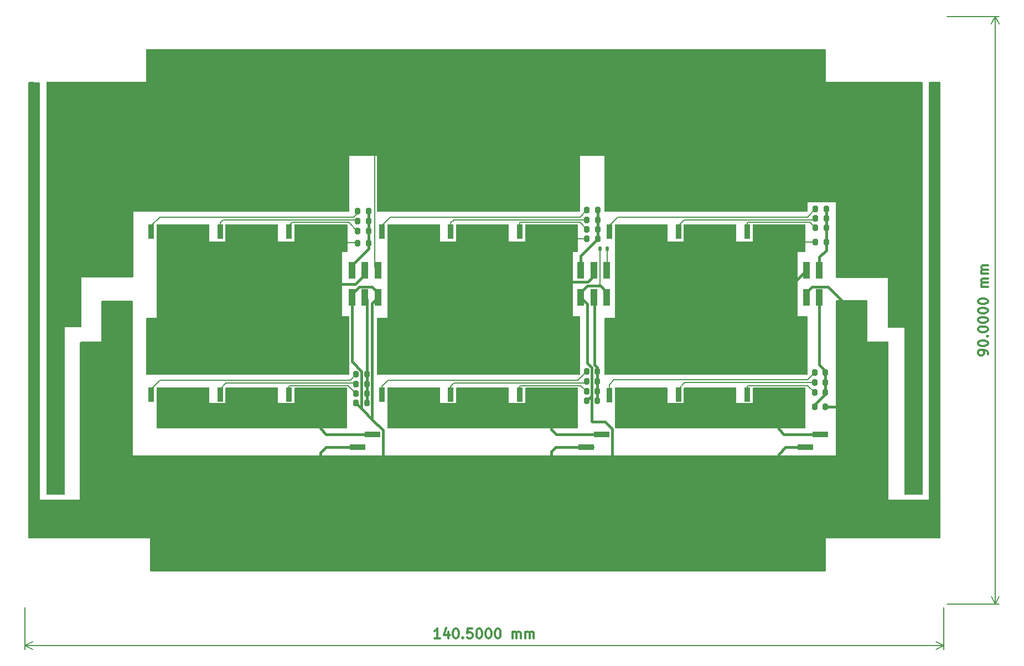
<source format=gbr>
%TF.GenerationSoftware,KiCad,Pcbnew,8.0.8*%
%TF.CreationDate,2025-02-13T11:47:35+09:00*%
%TF.ProjectId,GESC,47455343-2e6b-4696-9361-645f70636258,rev?*%
%TF.SameCoordinates,Original*%
%TF.FileFunction,Copper,L1,Top*%
%TF.FilePolarity,Positive*%
%FSLAX46Y46*%
G04 Gerber Fmt 4.6, Leading zero omitted, Abs format (unit mm)*
G04 Created by KiCad (PCBNEW 8.0.8) date 2025-02-13 11:47:35*
%MOMM*%
%LPD*%
G01*
G04 APERTURE LIST*
G04 Aperture macros list*
%AMRoundRect*
0 Rectangle with rounded corners*
0 $1 Rounding radius*
0 $2 $3 $4 $5 $6 $7 $8 $9 X,Y pos of 4 corners*
0 Add a 4 corners polygon primitive as box body*
4,1,4,$2,$3,$4,$5,$6,$7,$8,$9,$2,$3,0*
0 Add four circle primitives for the rounded corners*
1,1,$1+$1,$2,$3*
1,1,$1+$1,$4,$5*
1,1,$1+$1,$6,$7*
1,1,$1+$1,$8,$9*
0 Add four rect primitives between the rounded corners*
20,1,$1+$1,$2,$3,$4,$5,0*
20,1,$1+$1,$4,$5,$6,$7,0*
20,1,$1+$1,$6,$7,$8,$9,0*
20,1,$1+$1,$8,$9,$2,$3,0*%
G04 Aperture macros list end*
%ADD10C,0.300000*%
%TA.AperFunction,NonConductor*%
%ADD11C,0.300000*%
%TD*%
%TA.AperFunction,NonConductor*%
%ADD12C,0.200000*%
%TD*%
%TA.AperFunction,SMDPad,CuDef*%
%ADD13RoundRect,0.250000X-0.325000X-1.100000X0.325000X-1.100000X0.325000X1.100000X-0.325000X1.100000X0*%
%TD*%
%TA.AperFunction,SMDPad,CuDef*%
%ADD14RoundRect,0.200000X0.200000X0.275000X-0.200000X0.275000X-0.200000X-0.275000X0.200000X-0.275000X0*%
%TD*%
%TA.AperFunction,SMDPad,CuDef*%
%ADD15RoundRect,0.250000X0.325000X1.100000X-0.325000X1.100000X-0.325000X-1.100000X0.325000X-1.100000X0*%
%TD*%
%TA.AperFunction,SMDPad,CuDef*%
%ADD16R,0.900000X2.200000*%
%TD*%
%TA.AperFunction,SMDPad,CuDef*%
%ADD17R,0.800000X2.200000*%
%TD*%
%TA.AperFunction,SMDPad,CuDef*%
%ADD18R,8.080000X0.800000*%
%TD*%
%TA.AperFunction,SMDPad,CuDef*%
%ADD19R,10.000000X8.500000*%
%TD*%
%TA.AperFunction,SMDPad,CuDef*%
%ADD20R,5.200000X3.500000*%
%TD*%
%TA.AperFunction,SMDPad,CuDef*%
%ADD21R,1.000000X2.580000*%
%TD*%
%TA.AperFunction,SMDPad,CuDef*%
%ADD22RoundRect,0.250000X-1.950000X-1.000000X1.950000X-1.000000X1.950000X1.000000X-1.950000X1.000000X0*%
%TD*%
%TA.AperFunction,SMDPad,CuDef*%
%ADD23RoundRect,0.135000X-0.135000X-0.185000X0.135000X-0.185000X0.135000X0.185000X-0.135000X0.185000X0*%
%TD*%
%TA.AperFunction,SMDPad,CuDef*%
%ADD24R,2.350000X0.850000*%
%TD*%
%TA.AperFunction,SMDPad,CuDef*%
%ADD25RoundRect,0.200000X-0.200000X-0.275000X0.200000X-0.275000X0.200000X0.275000X-0.200000X0.275000X0*%
%TD*%
%TA.AperFunction,Conductor*%
%ADD26C,0.200000*%
%TD*%
%TA.AperFunction,Conductor*%
%ADD27C,0.400000*%
%TD*%
%TA.AperFunction,Conductor*%
%ADD28C,1.000000*%
%TD*%
G04 APERTURE END LIST*
D10*
D11*
X95464287Y-107278328D02*
X94607144Y-107278328D01*
X95035715Y-107278328D02*
X95035715Y-105778328D01*
X95035715Y-105778328D02*
X94892858Y-105992614D01*
X94892858Y-105992614D02*
X94750001Y-106135471D01*
X94750001Y-106135471D02*
X94607144Y-106206900D01*
X96750001Y-106278328D02*
X96750001Y-107278328D01*
X96392858Y-105706900D02*
X96035715Y-106778328D01*
X96035715Y-106778328D02*
X96964286Y-106778328D01*
X97821429Y-105778328D02*
X97964286Y-105778328D01*
X97964286Y-105778328D02*
X98107143Y-105849757D01*
X98107143Y-105849757D02*
X98178572Y-105921185D01*
X98178572Y-105921185D02*
X98250000Y-106064042D01*
X98250000Y-106064042D02*
X98321429Y-106349757D01*
X98321429Y-106349757D02*
X98321429Y-106706900D01*
X98321429Y-106706900D02*
X98250000Y-106992614D01*
X98250000Y-106992614D02*
X98178572Y-107135471D01*
X98178572Y-107135471D02*
X98107143Y-107206900D01*
X98107143Y-107206900D02*
X97964286Y-107278328D01*
X97964286Y-107278328D02*
X97821429Y-107278328D01*
X97821429Y-107278328D02*
X97678572Y-107206900D01*
X97678572Y-107206900D02*
X97607143Y-107135471D01*
X97607143Y-107135471D02*
X97535714Y-106992614D01*
X97535714Y-106992614D02*
X97464286Y-106706900D01*
X97464286Y-106706900D02*
X97464286Y-106349757D01*
X97464286Y-106349757D02*
X97535714Y-106064042D01*
X97535714Y-106064042D02*
X97607143Y-105921185D01*
X97607143Y-105921185D02*
X97678572Y-105849757D01*
X97678572Y-105849757D02*
X97821429Y-105778328D01*
X98964285Y-107135471D02*
X99035714Y-107206900D01*
X99035714Y-107206900D02*
X98964285Y-107278328D01*
X98964285Y-107278328D02*
X98892857Y-107206900D01*
X98892857Y-107206900D02*
X98964285Y-107135471D01*
X98964285Y-107135471D02*
X98964285Y-107278328D01*
X100392857Y-105778328D02*
X99678571Y-105778328D01*
X99678571Y-105778328D02*
X99607143Y-106492614D01*
X99607143Y-106492614D02*
X99678571Y-106421185D01*
X99678571Y-106421185D02*
X99821429Y-106349757D01*
X99821429Y-106349757D02*
X100178571Y-106349757D01*
X100178571Y-106349757D02*
X100321429Y-106421185D01*
X100321429Y-106421185D02*
X100392857Y-106492614D01*
X100392857Y-106492614D02*
X100464286Y-106635471D01*
X100464286Y-106635471D02*
X100464286Y-106992614D01*
X100464286Y-106992614D02*
X100392857Y-107135471D01*
X100392857Y-107135471D02*
X100321429Y-107206900D01*
X100321429Y-107206900D02*
X100178571Y-107278328D01*
X100178571Y-107278328D02*
X99821429Y-107278328D01*
X99821429Y-107278328D02*
X99678571Y-107206900D01*
X99678571Y-107206900D02*
X99607143Y-107135471D01*
X101392857Y-105778328D02*
X101535714Y-105778328D01*
X101535714Y-105778328D02*
X101678571Y-105849757D01*
X101678571Y-105849757D02*
X101750000Y-105921185D01*
X101750000Y-105921185D02*
X101821428Y-106064042D01*
X101821428Y-106064042D02*
X101892857Y-106349757D01*
X101892857Y-106349757D02*
X101892857Y-106706900D01*
X101892857Y-106706900D02*
X101821428Y-106992614D01*
X101821428Y-106992614D02*
X101750000Y-107135471D01*
X101750000Y-107135471D02*
X101678571Y-107206900D01*
X101678571Y-107206900D02*
X101535714Y-107278328D01*
X101535714Y-107278328D02*
X101392857Y-107278328D01*
X101392857Y-107278328D02*
X101250000Y-107206900D01*
X101250000Y-107206900D02*
X101178571Y-107135471D01*
X101178571Y-107135471D02*
X101107142Y-106992614D01*
X101107142Y-106992614D02*
X101035714Y-106706900D01*
X101035714Y-106706900D02*
X101035714Y-106349757D01*
X101035714Y-106349757D02*
X101107142Y-106064042D01*
X101107142Y-106064042D02*
X101178571Y-105921185D01*
X101178571Y-105921185D02*
X101250000Y-105849757D01*
X101250000Y-105849757D02*
X101392857Y-105778328D01*
X102821428Y-105778328D02*
X102964285Y-105778328D01*
X102964285Y-105778328D02*
X103107142Y-105849757D01*
X103107142Y-105849757D02*
X103178571Y-105921185D01*
X103178571Y-105921185D02*
X103249999Y-106064042D01*
X103249999Y-106064042D02*
X103321428Y-106349757D01*
X103321428Y-106349757D02*
X103321428Y-106706900D01*
X103321428Y-106706900D02*
X103249999Y-106992614D01*
X103249999Y-106992614D02*
X103178571Y-107135471D01*
X103178571Y-107135471D02*
X103107142Y-107206900D01*
X103107142Y-107206900D02*
X102964285Y-107278328D01*
X102964285Y-107278328D02*
X102821428Y-107278328D01*
X102821428Y-107278328D02*
X102678571Y-107206900D01*
X102678571Y-107206900D02*
X102607142Y-107135471D01*
X102607142Y-107135471D02*
X102535713Y-106992614D01*
X102535713Y-106992614D02*
X102464285Y-106706900D01*
X102464285Y-106706900D02*
X102464285Y-106349757D01*
X102464285Y-106349757D02*
X102535713Y-106064042D01*
X102535713Y-106064042D02*
X102607142Y-105921185D01*
X102607142Y-105921185D02*
X102678571Y-105849757D01*
X102678571Y-105849757D02*
X102821428Y-105778328D01*
X104249999Y-105778328D02*
X104392856Y-105778328D01*
X104392856Y-105778328D02*
X104535713Y-105849757D01*
X104535713Y-105849757D02*
X104607142Y-105921185D01*
X104607142Y-105921185D02*
X104678570Y-106064042D01*
X104678570Y-106064042D02*
X104749999Y-106349757D01*
X104749999Y-106349757D02*
X104749999Y-106706900D01*
X104749999Y-106706900D02*
X104678570Y-106992614D01*
X104678570Y-106992614D02*
X104607142Y-107135471D01*
X104607142Y-107135471D02*
X104535713Y-107206900D01*
X104535713Y-107206900D02*
X104392856Y-107278328D01*
X104392856Y-107278328D02*
X104249999Y-107278328D01*
X104249999Y-107278328D02*
X104107142Y-107206900D01*
X104107142Y-107206900D02*
X104035713Y-107135471D01*
X104035713Y-107135471D02*
X103964284Y-106992614D01*
X103964284Y-106992614D02*
X103892856Y-106706900D01*
X103892856Y-106706900D02*
X103892856Y-106349757D01*
X103892856Y-106349757D02*
X103964284Y-106064042D01*
X103964284Y-106064042D02*
X104035713Y-105921185D01*
X104035713Y-105921185D02*
X104107142Y-105849757D01*
X104107142Y-105849757D02*
X104249999Y-105778328D01*
X106535712Y-107278328D02*
X106535712Y-106278328D01*
X106535712Y-106421185D02*
X106607141Y-106349757D01*
X106607141Y-106349757D02*
X106749998Y-106278328D01*
X106749998Y-106278328D02*
X106964284Y-106278328D01*
X106964284Y-106278328D02*
X107107141Y-106349757D01*
X107107141Y-106349757D02*
X107178570Y-106492614D01*
X107178570Y-106492614D02*
X107178570Y-107278328D01*
X107178570Y-106492614D02*
X107249998Y-106349757D01*
X107249998Y-106349757D02*
X107392855Y-106278328D01*
X107392855Y-106278328D02*
X107607141Y-106278328D01*
X107607141Y-106278328D02*
X107749998Y-106349757D01*
X107749998Y-106349757D02*
X107821427Y-106492614D01*
X107821427Y-106492614D02*
X107821427Y-107278328D01*
X108535712Y-107278328D02*
X108535712Y-106278328D01*
X108535712Y-106421185D02*
X108607141Y-106349757D01*
X108607141Y-106349757D02*
X108749998Y-106278328D01*
X108749998Y-106278328D02*
X108964284Y-106278328D01*
X108964284Y-106278328D02*
X109107141Y-106349757D01*
X109107141Y-106349757D02*
X109178570Y-106492614D01*
X109178570Y-106492614D02*
X109178570Y-107278328D01*
X109178570Y-106492614D02*
X109249998Y-106349757D01*
X109249998Y-106349757D02*
X109392855Y-106278328D01*
X109392855Y-106278328D02*
X109607141Y-106278328D01*
X109607141Y-106278328D02*
X109749998Y-106349757D01*
X109749998Y-106349757D02*
X109821427Y-106492614D01*
X109821427Y-106492614D02*
X109821427Y-107278328D01*
D12*
X172500000Y-102500000D02*
X172500000Y-108986420D01*
X32000000Y-102500000D02*
X32000000Y-108986420D01*
X172500000Y-108400000D02*
X32000000Y-108400000D01*
X172500000Y-108400000D02*
X32000000Y-108400000D01*
X172500000Y-108400000D02*
X171373496Y-108986421D01*
X172500000Y-108400000D02*
X171373496Y-107813579D01*
X32000000Y-108400000D02*
X33126504Y-107813579D01*
X32000000Y-108400000D02*
X33126504Y-108986421D01*
D10*
D11*
X179278328Y-63785712D02*
X179278328Y-63499998D01*
X179278328Y-63499998D02*
X179206900Y-63357141D01*
X179206900Y-63357141D02*
X179135471Y-63285712D01*
X179135471Y-63285712D02*
X178921185Y-63142855D01*
X178921185Y-63142855D02*
X178635471Y-63071426D01*
X178635471Y-63071426D02*
X178064042Y-63071426D01*
X178064042Y-63071426D02*
X177921185Y-63142855D01*
X177921185Y-63142855D02*
X177849757Y-63214284D01*
X177849757Y-63214284D02*
X177778328Y-63357141D01*
X177778328Y-63357141D02*
X177778328Y-63642855D01*
X177778328Y-63642855D02*
X177849757Y-63785712D01*
X177849757Y-63785712D02*
X177921185Y-63857141D01*
X177921185Y-63857141D02*
X178064042Y-63928569D01*
X178064042Y-63928569D02*
X178421185Y-63928569D01*
X178421185Y-63928569D02*
X178564042Y-63857141D01*
X178564042Y-63857141D02*
X178635471Y-63785712D01*
X178635471Y-63785712D02*
X178706900Y-63642855D01*
X178706900Y-63642855D02*
X178706900Y-63357141D01*
X178706900Y-63357141D02*
X178635471Y-63214284D01*
X178635471Y-63214284D02*
X178564042Y-63142855D01*
X178564042Y-63142855D02*
X178421185Y-63071426D01*
X177778328Y-62142855D02*
X177778328Y-61999998D01*
X177778328Y-61999998D02*
X177849757Y-61857141D01*
X177849757Y-61857141D02*
X177921185Y-61785713D01*
X177921185Y-61785713D02*
X178064042Y-61714284D01*
X178064042Y-61714284D02*
X178349757Y-61642855D01*
X178349757Y-61642855D02*
X178706900Y-61642855D01*
X178706900Y-61642855D02*
X178992614Y-61714284D01*
X178992614Y-61714284D02*
X179135471Y-61785713D01*
X179135471Y-61785713D02*
X179206900Y-61857141D01*
X179206900Y-61857141D02*
X179278328Y-61999998D01*
X179278328Y-61999998D02*
X179278328Y-62142855D01*
X179278328Y-62142855D02*
X179206900Y-62285713D01*
X179206900Y-62285713D02*
X179135471Y-62357141D01*
X179135471Y-62357141D02*
X178992614Y-62428570D01*
X178992614Y-62428570D02*
X178706900Y-62499998D01*
X178706900Y-62499998D02*
X178349757Y-62499998D01*
X178349757Y-62499998D02*
X178064042Y-62428570D01*
X178064042Y-62428570D02*
X177921185Y-62357141D01*
X177921185Y-62357141D02*
X177849757Y-62285713D01*
X177849757Y-62285713D02*
X177778328Y-62142855D01*
X179135471Y-60999999D02*
X179206900Y-60928570D01*
X179206900Y-60928570D02*
X179278328Y-60999999D01*
X179278328Y-60999999D02*
X179206900Y-61071427D01*
X179206900Y-61071427D02*
X179135471Y-60999999D01*
X179135471Y-60999999D02*
X179278328Y-60999999D01*
X177778328Y-59999998D02*
X177778328Y-59857141D01*
X177778328Y-59857141D02*
X177849757Y-59714284D01*
X177849757Y-59714284D02*
X177921185Y-59642856D01*
X177921185Y-59642856D02*
X178064042Y-59571427D01*
X178064042Y-59571427D02*
X178349757Y-59499998D01*
X178349757Y-59499998D02*
X178706900Y-59499998D01*
X178706900Y-59499998D02*
X178992614Y-59571427D01*
X178992614Y-59571427D02*
X179135471Y-59642856D01*
X179135471Y-59642856D02*
X179206900Y-59714284D01*
X179206900Y-59714284D02*
X179278328Y-59857141D01*
X179278328Y-59857141D02*
X179278328Y-59999998D01*
X179278328Y-59999998D02*
X179206900Y-60142856D01*
X179206900Y-60142856D02*
X179135471Y-60214284D01*
X179135471Y-60214284D02*
X178992614Y-60285713D01*
X178992614Y-60285713D02*
X178706900Y-60357141D01*
X178706900Y-60357141D02*
X178349757Y-60357141D01*
X178349757Y-60357141D02*
X178064042Y-60285713D01*
X178064042Y-60285713D02*
X177921185Y-60214284D01*
X177921185Y-60214284D02*
X177849757Y-60142856D01*
X177849757Y-60142856D02*
X177778328Y-59999998D01*
X177778328Y-58571427D02*
X177778328Y-58428570D01*
X177778328Y-58428570D02*
X177849757Y-58285713D01*
X177849757Y-58285713D02*
X177921185Y-58214285D01*
X177921185Y-58214285D02*
X178064042Y-58142856D01*
X178064042Y-58142856D02*
X178349757Y-58071427D01*
X178349757Y-58071427D02*
X178706900Y-58071427D01*
X178706900Y-58071427D02*
X178992614Y-58142856D01*
X178992614Y-58142856D02*
X179135471Y-58214285D01*
X179135471Y-58214285D02*
X179206900Y-58285713D01*
X179206900Y-58285713D02*
X179278328Y-58428570D01*
X179278328Y-58428570D02*
X179278328Y-58571427D01*
X179278328Y-58571427D02*
X179206900Y-58714285D01*
X179206900Y-58714285D02*
X179135471Y-58785713D01*
X179135471Y-58785713D02*
X178992614Y-58857142D01*
X178992614Y-58857142D02*
X178706900Y-58928570D01*
X178706900Y-58928570D02*
X178349757Y-58928570D01*
X178349757Y-58928570D02*
X178064042Y-58857142D01*
X178064042Y-58857142D02*
X177921185Y-58785713D01*
X177921185Y-58785713D02*
X177849757Y-58714285D01*
X177849757Y-58714285D02*
X177778328Y-58571427D01*
X177778328Y-57142856D02*
X177778328Y-56999999D01*
X177778328Y-56999999D02*
X177849757Y-56857142D01*
X177849757Y-56857142D02*
X177921185Y-56785714D01*
X177921185Y-56785714D02*
X178064042Y-56714285D01*
X178064042Y-56714285D02*
X178349757Y-56642856D01*
X178349757Y-56642856D02*
X178706900Y-56642856D01*
X178706900Y-56642856D02*
X178992614Y-56714285D01*
X178992614Y-56714285D02*
X179135471Y-56785714D01*
X179135471Y-56785714D02*
X179206900Y-56857142D01*
X179206900Y-56857142D02*
X179278328Y-56999999D01*
X179278328Y-56999999D02*
X179278328Y-57142856D01*
X179278328Y-57142856D02*
X179206900Y-57285714D01*
X179206900Y-57285714D02*
X179135471Y-57357142D01*
X179135471Y-57357142D02*
X178992614Y-57428571D01*
X178992614Y-57428571D02*
X178706900Y-57499999D01*
X178706900Y-57499999D02*
X178349757Y-57499999D01*
X178349757Y-57499999D02*
X178064042Y-57428571D01*
X178064042Y-57428571D02*
X177921185Y-57357142D01*
X177921185Y-57357142D02*
X177849757Y-57285714D01*
X177849757Y-57285714D02*
X177778328Y-57142856D01*
X177778328Y-55714285D02*
X177778328Y-55571428D01*
X177778328Y-55571428D02*
X177849757Y-55428571D01*
X177849757Y-55428571D02*
X177921185Y-55357143D01*
X177921185Y-55357143D02*
X178064042Y-55285714D01*
X178064042Y-55285714D02*
X178349757Y-55214285D01*
X178349757Y-55214285D02*
X178706900Y-55214285D01*
X178706900Y-55214285D02*
X178992614Y-55285714D01*
X178992614Y-55285714D02*
X179135471Y-55357143D01*
X179135471Y-55357143D02*
X179206900Y-55428571D01*
X179206900Y-55428571D02*
X179278328Y-55571428D01*
X179278328Y-55571428D02*
X179278328Y-55714285D01*
X179278328Y-55714285D02*
X179206900Y-55857143D01*
X179206900Y-55857143D02*
X179135471Y-55928571D01*
X179135471Y-55928571D02*
X178992614Y-56000000D01*
X178992614Y-56000000D02*
X178706900Y-56071428D01*
X178706900Y-56071428D02*
X178349757Y-56071428D01*
X178349757Y-56071428D02*
X178064042Y-56000000D01*
X178064042Y-56000000D02*
X177921185Y-55928571D01*
X177921185Y-55928571D02*
X177849757Y-55857143D01*
X177849757Y-55857143D02*
X177778328Y-55714285D01*
X179278328Y-53428572D02*
X178278328Y-53428572D01*
X178421185Y-53428572D02*
X178349757Y-53357143D01*
X178349757Y-53357143D02*
X178278328Y-53214286D01*
X178278328Y-53214286D02*
X178278328Y-53000000D01*
X178278328Y-53000000D02*
X178349757Y-52857143D01*
X178349757Y-52857143D02*
X178492614Y-52785715D01*
X178492614Y-52785715D02*
X179278328Y-52785715D01*
X178492614Y-52785715D02*
X178349757Y-52714286D01*
X178349757Y-52714286D02*
X178278328Y-52571429D01*
X178278328Y-52571429D02*
X178278328Y-52357143D01*
X178278328Y-52357143D02*
X178349757Y-52214286D01*
X178349757Y-52214286D02*
X178492614Y-52142857D01*
X178492614Y-52142857D02*
X179278328Y-52142857D01*
X179278328Y-51428572D02*
X178278328Y-51428572D01*
X178421185Y-51428572D02*
X178349757Y-51357143D01*
X178349757Y-51357143D02*
X178278328Y-51214286D01*
X178278328Y-51214286D02*
X178278328Y-51000000D01*
X178278328Y-51000000D02*
X178349757Y-50857143D01*
X178349757Y-50857143D02*
X178492614Y-50785715D01*
X178492614Y-50785715D02*
X179278328Y-50785715D01*
X178492614Y-50785715D02*
X178349757Y-50714286D01*
X178349757Y-50714286D02*
X178278328Y-50571429D01*
X178278328Y-50571429D02*
X178278328Y-50357143D01*
X178278328Y-50357143D02*
X178349757Y-50214286D01*
X178349757Y-50214286D02*
X178492614Y-50142857D01*
X178492614Y-50142857D02*
X179278328Y-50142857D01*
D12*
X173000000Y-102000000D02*
X180986420Y-102000000D01*
X173000000Y-12000000D02*
X180986420Y-12000000D01*
X180400000Y-102000000D02*
X180400000Y-12000000D01*
X180400000Y-102000000D02*
X180400000Y-12000000D01*
X180400000Y-102000000D02*
X179813579Y-100873496D01*
X180400000Y-102000000D02*
X180986421Y-100873496D01*
X180400000Y-12000000D02*
X180986421Y-13126504D01*
X180400000Y-12000000D02*
X179813579Y-13126504D01*
D13*
%TO.P,C22,1*%
%TO.N,+BATT*%
X168500000Y-30100000D03*
%TO.P,C22,2*%
%TO.N,GND*%
X171450000Y-30100000D03*
%TD*%
%TO.P,C24,1*%
%TO.N,+BATT*%
X168500000Y-36500000D03*
%TO.P,C24,2*%
%TO.N,GND*%
X171450000Y-36500000D03*
%TD*%
D14*
%TO.P,R14,1*%
%TO.N,Net-(J2-Pin_2)*%
X119575000Y-41700000D03*
%TO.P,R14,2*%
%TO.N,Net-(Q11-G)*%
X117925000Y-41700000D03*
%TD*%
%TO.P,R11,1*%
%TO.N,Net-(J2-Pin_3)*%
X119525000Y-67900000D03*
%TO.P,R11,2*%
%TO.N,Net-(Q10-G)*%
X117875000Y-67900000D03*
%TD*%
D15*
%TO.P,C24,1*%
%TO.N,+BATT*%
X36125000Y-77250000D03*
%TO.P,C24,2*%
%TO.N,GND*%
X33175000Y-77250000D03*
%TD*%
D13*
%TO.P,C18,1*%
%TO.N,+BATT*%
X168500000Y-83700000D03*
%TO.P,C18,2*%
%TO.N,GND*%
X171450000Y-83700000D03*
%TD*%
%TO.P,C21,1*%
%TO.N,+BATT*%
X168500000Y-26900000D03*
%TO.P,C21,2*%
%TO.N,GND*%
X171450000Y-26900000D03*
%TD*%
D16*
%TO.P,Q13,1,G*%
%TO.N,Net-(Q13-G)*%
X121380000Y-44950000D03*
D17*
%TO.P,Q13,2,S*%
%TO.N,Phase_C*%
X122600000Y-44950000D03*
%TO.P,Q13,3,S*%
X123800000Y-44950000D03*
%TO.P,Q13,4,S*%
X125000000Y-44950000D03*
%TO.P,Q13,5,S*%
X126200000Y-44950000D03*
%TO.P,Q13,6,S*%
X127400000Y-44950000D03*
%TO.P,Q13,7,S*%
X128600000Y-44950000D03*
D18*
%TO.P,Q13,8,S*%
X126240000Y-44250000D03*
D16*
X129820000Y-44950000D03*
D19*
%TO.P,Q13,9,D*%
%TO.N,+BATT*%
X125600000Y-37650000D03*
%TD*%
D20*
%TO.P,R9,1,1*%
%TO.N,Net-(J3-Pin_1)*%
X112500000Y-73390000D03*
%TO.P,R9,2,2*%
%TO.N,GND*%
X112500000Y-81010000D03*
%TD*%
D14*
%TO.P,R8,1*%
%TO.N,Net-(J2-Pin_3)*%
X119525000Y-66400000D03*
%TO.P,R8,2*%
%TO.N,Net-(Q8-G)*%
X117875000Y-66400000D03*
%TD*%
%TO.P,R4,1*%
%TO.N,Net-(J5-Pin_3)*%
X84275000Y-71250000D03*
%TO.P,R4,2*%
%TO.N,GND*%
X82625000Y-71250000D03*
%TD*%
%TO.P,R56,1*%
%TO.N,Net-(J1-Pin_4)*%
X154575000Y-42950000D03*
%TO.P,R56,2*%
%TO.N,Net-(Q15-G)*%
X152925000Y-42950000D03*
%TD*%
D15*
%TO.P,C8,1*%
%TO.N,+BATT*%
X36125000Y-67650000D03*
%TO.P,C8,2*%
%TO.N,GND*%
X33175000Y-67650000D03*
%TD*%
D21*
%TO.P,J2,1,Pin_1*%
%TO.N,GND*%
X117000000Y-55085000D03*
%TO.P,J2,2,Pin_2*%
%TO.N,Net-(J2-Pin_2)*%
X117000000Y-50915000D03*
%TO.P,J2,3,Pin_3*%
%TO.N,Net-(J2-Pin_3)*%
X119000000Y-55085000D03*
%TO.P,J2,4,Pin_4*%
%TO.N,Phase_B*%
X119000000Y-50915000D03*
%TO.P,J2,5,Pin_5*%
%TO.N,GND*%
X121000000Y-55085000D03*
%TO.P,J2,6,Pin_6*%
%TO.N,Net-(J2-Pin_6)*%
X121000000Y-50915000D03*
%TD*%
D16*
%TO.P,Q9,1,G*%
%TO.N,Net-(Q9-G)*%
X107680000Y-44950000D03*
D17*
%TO.P,Q9,2,S*%
%TO.N,Phase_B*%
X108900000Y-44950000D03*
%TO.P,Q9,3,S*%
X110100000Y-44950000D03*
%TO.P,Q9,4,S*%
X111300000Y-44950000D03*
%TO.P,Q9,5,S*%
X112500000Y-44950000D03*
%TO.P,Q9,6,S*%
X113700000Y-44950000D03*
%TO.P,Q9,7,S*%
X114900000Y-44950000D03*
D18*
%TO.P,Q9,8,S*%
X112540000Y-44250000D03*
D16*
X116120000Y-44950000D03*
D19*
%TO.P,Q9,9,D*%
%TO.N,+BATT*%
X111900000Y-37650000D03*
%TD*%
D16*
%TO.P,Q5,1,G*%
%TO.N,Net-(Q5-G)*%
X61830000Y-69950000D03*
D17*
%TO.P,Q5,2,S*%
%TO.N,Net-(J4-Pin_1)*%
X63050000Y-69950000D03*
%TO.P,Q5,3,S*%
X64250000Y-69950000D03*
%TO.P,Q5,4,S*%
X65450000Y-69950000D03*
%TO.P,Q5,5,S*%
X66650000Y-69950000D03*
%TO.P,Q5,6,S*%
X67850000Y-69950000D03*
%TO.P,Q5,7,S*%
X69050000Y-69950000D03*
D18*
%TO.P,Q5,8,S*%
X66690000Y-69250000D03*
D16*
X70270000Y-69950000D03*
D19*
%TO.P,Q5,9,D*%
%TO.N,Phase_A*%
X66050000Y-62650000D03*
%TD*%
D13*
%TO.P,C7,1*%
%TO.N,+BATT*%
X168500000Y-49300000D03*
%TO.P,C7,2*%
%TO.N,GND*%
X171450000Y-49300000D03*
%TD*%
D14*
%TO.P,R53,1*%
%TO.N,Net-(J5-Pin_2)*%
X84525000Y-41850000D03*
%TO.P,R53,2*%
%TO.N,Net-(Q3-G)*%
X82875000Y-41850000D03*
%TD*%
D15*
%TO.P,C6,1*%
%TO.N,+BATT*%
X36125000Y-61250000D03*
%TO.P,C6,2*%
%TO.N,GND*%
X33175000Y-61250000D03*
%TD*%
D20*
%TO.P,R55,1,1*%
%TO.N,Net-(J4-Pin_1)*%
X56100000Y-73390000D03*
%TO.P,R55,2,2*%
%TO.N,GND*%
X56100000Y-81010000D03*
%TD*%
D13*
%TO.P,C9,1*%
%TO.N,+BATT*%
X168500000Y-42900000D03*
%TO.P,C9,2*%
%TO.N,GND*%
X171450000Y-42900000D03*
%TD*%
D14*
%TO.P,R7,1*%
%TO.N,Net-(J2-Pin_2)*%
X119575000Y-43150000D03*
%TO.P,R7,2*%
%TO.N,Net-(Q7-G)*%
X117925000Y-43150000D03*
%TD*%
D13*
%TO.P,C2,1*%
%TO.N,+BATT*%
X168500000Y-70900000D03*
%TO.P,C2,2*%
%TO.N,GND*%
X171450000Y-70900000D03*
%TD*%
D22*
%TO.P,,1*%
%TO.N,+BATT*%
X166400000Y-57000000D03*
%TD*%
D13*
%TO.P,C4,1*%
%TO.N,+BATT*%
X168500000Y-64500000D03*
%TO.P,C4,2*%
%TO.N,GND*%
X171450000Y-64500000D03*
%TD*%
%TO.P,C20,1*%
%TO.N,+BATT*%
X168500000Y-23700000D03*
%TO.P,C20,2*%
%TO.N,GND*%
X171450000Y-23700000D03*
%TD*%
%TO.P,C5,1*%
%TO.N,+BATT*%
X168500000Y-61300000D03*
%TO.P,C5,2*%
%TO.N,GND*%
X171450000Y-61300000D03*
%TD*%
D16*
%TO.P,Q18,1,G*%
%TO.N,Net-(Q18-G)*%
X142480000Y-69950000D03*
D17*
%TO.P,Q18,2,S*%
%TO.N,Net-(J6-Pin_1)*%
X143700000Y-69950000D03*
%TO.P,Q18,3,S*%
X144900000Y-69950000D03*
%TO.P,Q18,4,S*%
X146100000Y-69950000D03*
%TO.P,Q18,5,S*%
X147300000Y-69950000D03*
%TO.P,Q18,6,S*%
X148500000Y-69950000D03*
%TO.P,Q18,7,S*%
X149700000Y-69950000D03*
D18*
%TO.P,Q18,8,S*%
X147340000Y-69250000D03*
D16*
X150920000Y-69950000D03*
D19*
%TO.P,Q18,9,D*%
%TO.N,Phase_C*%
X146700000Y-62650000D03*
%TD*%
D16*
%TO.P,Q12,1,G*%
%TO.N,Net-(Q12-G)*%
X107680000Y-69950000D03*
D17*
%TO.P,Q12,2,S*%
%TO.N,Net-(J3-Pin_1)*%
X108900000Y-69950000D03*
%TO.P,Q12,3,S*%
X110100000Y-69950000D03*
%TO.P,Q12,4,S*%
X111300000Y-69950000D03*
%TO.P,Q12,5,S*%
X112500000Y-69950000D03*
%TO.P,Q12,6,S*%
X113700000Y-69950000D03*
%TO.P,Q12,7,S*%
X114900000Y-69950000D03*
D18*
%TO.P,Q12,8,S*%
X112540000Y-69250000D03*
D16*
X116120000Y-69950000D03*
D19*
%TO.P,Q12,9,D*%
%TO.N,Phase_B*%
X111900000Y-62650000D03*
%TD*%
D13*
%TO.P,C10,1*%
%TO.N,+BATT*%
X168500000Y-39700000D03*
%TO.P,C10,2*%
%TO.N,GND*%
X171450000Y-39700000D03*
%TD*%
D15*
%TO.P,C9,1*%
%TO.N,+BATT*%
X36125000Y-70850000D03*
%TO.P,C9,2*%
%TO.N,GND*%
X33175000Y-70850000D03*
%TD*%
D14*
%TO.P,R6,1*%
%TO.N,Net-(J2-Pin_3)*%
X119525000Y-70900000D03*
%TO.P,R6,2*%
%TO.N,GND*%
X117875000Y-70900000D03*
%TD*%
D13*
%TO.P,C8,1*%
%TO.N,+BATT*%
X168500000Y-46100000D03*
%TO.P,C8,2*%
%TO.N,GND*%
X171450000Y-46100000D03*
%TD*%
D15*
%TO.P,C15,1*%
%TO.N,+BATT*%
X36125000Y-36450000D03*
%TO.P,C15,2*%
%TO.N,GND*%
X33175000Y-36450000D03*
%TD*%
D23*
%TO.P,TH1,1*%
%TO.N,GND*%
X119990000Y-47600000D03*
%TO.P,TH1,2*%
%TO.N,Net-(J2-Pin_6)*%
X121010000Y-47600000D03*
%TD*%
D13*
%TO.P,C1,1*%
%TO.N,+BATT*%
X168500000Y-74100000D03*
%TO.P,C1,2*%
%TO.N,GND*%
X171450000Y-74100000D03*
%TD*%
D15*
%TO.P,C7,1*%
%TO.N,+BATT*%
X36125000Y-64450000D03*
%TO.P,C7,2*%
%TO.N,GND*%
X33175000Y-64450000D03*
%TD*%
D20*
%TO.P,R16,1,1*%
%TO.N,Net-(J4-Pin_1)*%
X66650000Y-73390000D03*
%TO.P,R16,2,2*%
%TO.N,GND*%
X66650000Y-81010000D03*
%TD*%
D16*
%TO.P,Q6,1,G*%
%TO.N,Net-(Q6-G)*%
X51280000Y-69950000D03*
D17*
%TO.P,Q6,2,S*%
%TO.N,Net-(J4-Pin_1)*%
X52500000Y-69950000D03*
%TO.P,Q6,3,S*%
X53700000Y-69950000D03*
%TO.P,Q6,4,S*%
X54900000Y-69950000D03*
%TO.P,Q6,5,S*%
X56100000Y-69950000D03*
%TO.P,Q6,6,S*%
X57300000Y-69950000D03*
%TO.P,Q6,7,S*%
X58500000Y-69950000D03*
D18*
%TO.P,Q6,8,S*%
X56140000Y-69250000D03*
D16*
X59720000Y-69950000D03*
D19*
%TO.P,Q6,9,D*%
%TO.N,Phase_A*%
X55500000Y-62650000D03*
%TD*%
D22*
%TO.P,,2*%
%TO.N,+BATT*%
X38100000Y-57000000D03*
%TD*%
D15*
%TO.P,C10,1*%
%TO.N,+BATT*%
X36125000Y-74050000D03*
%TO.P,C10,2*%
%TO.N,GND*%
X33175000Y-74050000D03*
%TD*%
D24*
%TO.P,J4,1,Pin_1*%
%TO.N,Net-(J4-Pin_1)*%
X85175000Y-76000000D03*
%TO.P,J4,2,Pin_2*%
%TO.N,GND*%
X82825000Y-78000000D03*
%TD*%
D15*
%TO.P,C3,1*%
%TO.N,+BATT*%
X36125000Y-46050000D03*
%TO.P,C3,2*%
%TO.N,GND*%
X33175000Y-46050000D03*
%TD*%
D21*
%TO.P,J5,1,Pin_1*%
%TO.N,GND*%
X82000000Y-55085000D03*
%TO.P,J5,2,Pin_2*%
%TO.N,Net-(J5-Pin_2)*%
X82000000Y-50915000D03*
%TO.P,J5,3,Pin_3*%
%TO.N,Net-(J5-Pin_3)*%
X84000000Y-55085000D03*
%TO.P,J5,4,Pin_4*%
%TO.N,Phase_A*%
X84000000Y-50915000D03*
%TO.P,J5,5,Pin_5*%
%TO.N,GND*%
X86000000Y-55085000D03*
%TO.P,J5,6,Pin_6*%
%TO.N,+BATT*%
X86000000Y-50915000D03*
%TD*%
D16*
%TO.P,Q11,1,G*%
%TO.N,Net-(Q11-G)*%
X86580000Y-44950000D03*
D17*
%TO.P,Q11,2,S*%
%TO.N,Phase_B*%
X87800000Y-44950000D03*
%TO.P,Q11,3,S*%
X89000000Y-44950000D03*
%TO.P,Q11,4,S*%
X90200000Y-44950000D03*
%TO.P,Q11,5,S*%
X91400000Y-44950000D03*
%TO.P,Q11,6,S*%
X92600000Y-44950000D03*
%TO.P,Q11,7,S*%
X93800000Y-44950000D03*
D18*
%TO.P,Q11,8,S*%
X91440000Y-44250000D03*
D16*
X95020000Y-44950000D03*
D19*
%TO.P,Q11,9,D*%
%TO.N,+BATT*%
X90800000Y-37650000D03*
%TD*%
D14*
%TO.P,R49,1*%
%TO.N,Net-(J5-Pin_2)*%
X84525000Y-43350000D03*
%TO.P,R49,2*%
%TO.N,Net-(Q2-G)*%
X82875000Y-43350000D03*
%TD*%
D16*
%TO.P,Q4,1,G*%
%TO.N,Net-(Q4-G)*%
X72380000Y-69950000D03*
D17*
%TO.P,Q4,2,S*%
%TO.N,Net-(J4-Pin_1)*%
X73600000Y-69950000D03*
%TO.P,Q4,3,S*%
X74800000Y-69950000D03*
%TO.P,Q4,4,S*%
X76000000Y-69950000D03*
%TO.P,Q4,5,S*%
X77200000Y-69950000D03*
%TO.P,Q4,6,S*%
X78400000Y-69950000D03*
%TO.P,Q4,7,S*%
X79600000Y-69950000D03*
D18*
%TO.P,Q4,8,S*%
X77240000Y-69250000D03*
D16*
X80820000Y-69950000D03*
D19*
%TO.P,Q4,9,D*%
%TO.N,Phase_A*%
X76600000Y-62650000D03*
%TD*%
D16*
%TO.P,Q1,1,G*%
%TO.N,Net-(Q1-G)*%
X72380000Y-44950000D03*
D17*
%TO.P,Q1,2,S*%
%TO.N,Phase_A*%
X73600000Y-44950000D03*
%TO.P,Q1,3,S*%
X74800000Y-44950000D03*
%TO.P,Q1,4,S*%
X76000000Y-44950000D03*
%TO.P,Q1,5,S*%
X77200000Y-44950000D03*
%TO.P,Q1,6,S*%
X78400000Y-44950000D03*
%TO.P,Q1,7,S*%
X79600000Y-44950000D03*
D18*
%TO.P,Q1,8,S*%
X77240000Y-44250000D03*
D16*
X80820000Y-44950000D03*
D19*
%TO.P,Q1,9,D*%
%TO.N,+BATT*%
X76600000Y-37650000D03*
%TD*%
D15*
%TO.P,C2,1*%
%TO.N,+BATT*%
X36125000Y-42850000D03*
%TO.P,C2,2*%
%TO.N,GND*%
X33175000Y-42850000D03*
%TD*%
%TO.P,C16,1*%
%TO.N,+BATT*%
X36125000Y-33250000D03*
%TO.P,C16,2*%
%TO.N,GND*%
X33175000Y-33250000D03*
%TD*%
D14*
%TO.P,R5,1*%
%TO.N,Net-(J2-Pin_2)*%
X119575000Y-46100000D03*
%TO.P,R5,2*%
%TO.N,Phase_B*%
X117925000Y-46100000D03*
%TD*%
D20*
%TO.P,R17,1,1*%
%TO.N,Net-(J3-Pin_1)*%
X91400000Y-73390000D03*
%TO.P,R17,2,2*%
%TO.N,GND*%
X91400000Y-81010000D03*
%TD*%
D14*
%TO.P,R15,1*%
%TO.N,Net-(J2-Pin_3)*%
X119525000Y-69400000D03*
%TO.P,R15,2*%
%TO.N,Net-(Q12-G)*%
X117875000Y-69400000D03*
%TD*%
D15*
%TO.P,C23,1*%
%TO.N,+BATT*%
X36125000Y-80450000D03*
%TO.P,C23,2*%
%TO.N,GND*%
X33175000Y-80450000D03*
%TD*%
D20*
%TO.P,R12,1,1*%
%TO.N,Net-(J3-Pin_1)*%
X101950000Y-73390000D03*
%TO.P,R12,2,2*%
%TO.N,GND*%
X101950000Y-81010000D03*
%TD*%
D16*
%TO.P,Q7,1,G*%
%TO.N,Net-(Q7-G)*%
X97130000Y-44950000D03*
D17*
%TO.P,Q7,2,S*%
%TO.N,Phase_B*%
X98350000Y-44950000D03*
%TO.P,Q7,3,S*%
X99550000Y-44950000D03*
%TO.P,Q7,4,S*%
X100750000Y-44950000D03*
%TO.P,Q7,5,S*%
X101950000Y-44950000D03*
%TO.P,Q7,6,S*%
X103150000Y-44950000D03*
%TO.P,Q7,7,S*%
X104350000Y-44950000D03*
D18*
%TO.P,Q7,8,S*%
X101990000Y-44250000D03*
D16*
X105570000Y-44950000D03*
D19*
%TO.P,Q7,9,D*%
%TO.N,+BATT*%
X101350000Y-37650000D03*
%TD*%
D15*
%TO.P,C22,1*%
%TO.N,+BATT*%
X36125000Y-83650000D03*
%TO.P,C22,2*%
%TO.N,GND*%
X33175000Y-83650000D03*
%TD*%
D14*
%TO.P,R18,1*%
%TO.N,Net-(J1-Pin_4)*%
X154575000Y-46550000D03*
%TO.P,R18,2*%
%TO.N,Phase_C*%
X152925000Y-46550000D03*
%TD*%
D15*
%TO.P,C19,1*%
%TO.N,+BATT*%
X36125000Y-23650000D03*
%TO.P,C19,2*%
%TO.N,GND*%
X33175000Y-23650000D03*
%TD*%
D14*
%TO.P,R1,1*%
%TO.N,Net-(J5-Pin_2)*%
X84525000Y-44850000D03*
%TO.P,R1,2*%
%TO.N,Net-(Q1-G)*%
X82875000Y-44850000D03*
%TD*%
D20*
%TO.P,R58,1,1*%
%TO.N,Net-(J6-Pin_1)*%
X136750000Y-73390000D03*
%TO.P,R58,2,2*%
%TO.N,GND*%
X136750000Y-81010000D03*
%TD*%
D13*
%TO.P,C3,1*%
%TO.N,+BATT*%
X168500000Y-67700000D03*
%TO.P,C3,2*%
%TO.N,GND*%
X171450000Y-67700000D03*
%TD*%
D14*
%TO.P,R3,1*%
%TO.N,Net-(J5-Pin_2)*%
X84525000Y-46750000D03*
%TO.P,R3,2*%
%TO.N,Phase_A*%
X82875000Y-46750000D03*
%TD*%
D20*
%TO.P,R52,1,1*%
%TO.N,Net-(J6-Pin_1)*%
X126200000Y-73390000D03*
%TO.P,R52,2,2*%
%TO.N,GND*%
X126200000Y-81010000D03*
%TD*%
%TO.P,R61,1,1*%
%TO.N,Net-(J6-Pin_1)*%
X147300000Y-73390000D03*
%TO.P,R61,2,2*%
%TO.N,GND*%
X147300000Y-81010000D03*
%TD*%
D15*
%TO.P,C17,1*%
%TO.N,+BATT*%
X36125000Y-26850000D03*
%TO.P,C17,2*%
%TO.N,GND*%
X33175000Y-26850000D03*
%TD*%
D14*
%TO.P,R50,1*%
%TO.N,Net-(J5-Pin_3)*%
X84275000Y-68350000D03*
%TO.P,R50,2*%
%TO.N,Net-(Q5-G)*%
X82625000Y-68350000D03*
%TD*%
%TO.P,R54,1*%
%TO.N,Net-(J5-Pin_3)*%
X84275000Y-66850000D03*
%TO.P,R54,2*%
%TO.N,Net-(Q6-G)*%
X82625000Y-66850000D03*
%TD*%
D16*
%TO.P,Q10,1,G*%
%TO.N,Net-(Q10-G)*%
X97130000Y-69950000D03*
D17*
%TO.P,Q10,2,S*%
%TO.N,Net-(J3-Pin_1)*%
X98350000Y-69950000D03*
%TO.P,Q10,3,S*%
X99550000Y-69950000D03*
%TO.P,Q10,4,S*%
X100750000Y-69950000D03*
%TO.P,Q10,5,S*%
X101950000Y-69950000D03*
%TO.P,Q10,6,S*%
X103150000Y-69950000D03*
%TO.P,Q10,7,S*%
X104350000Y-69950000D03*
D18*
%TO.P,Q10,8,S*%
X101990000Y-69250000D03*
D16*
X105570000Y-69950000D03*
D19*
%TO.P,Q10,9,D*%
%TO.N,Phase_B*%
X101350000Y-62650000D03*
%TD*%
D14*
%TO.P,R60,1*%
%TO.N,Net-(J1-Pin_3)*%
X154425000Y-69600000D03*
%TO.P,R60,2*%
%TO.N,Net-(Q18-G)*%
X152775000Y-69600000D03*
%TD*%
D24*
%TO.P,J3,1,Pin_1*%
%TO.N,Net-(J3-Pin_1)*%
X120175000Y-76000000D03*
%TO.P,J3,2,Pin_2*%
%TO.N,GND*%
X117825000Y-78000000D03*
%TD*%
D14*
%TO.P,R48,1*%
%TO.N,Net-(J1-Pin_4)*%
X154575000Y-41500000D03*
%TO.P,R48,2*%
%TO.N,Net-(Q13-G)*%
X152925000Y-41500000D03*
%TD*%
%TO.P,R51,1*%
%TO.N,Net-(J1-Pin_3)*%
X154425000Y-66600000D03*
%TO.P,R51,2*%
%TO.N,Net-(Q14-G)*%
X152775000Y-66600000D03*
%TD*%
D16*
%TO.P,Q15,1,G*%
%TO.N,Net-(Q15-G)*%
X131930000Y-44950000D03*
D17*
%TO.P,Q15,2,S*%
%TO.N,Phase_C*%
X133150000Y-44950000D03*
%TO.P,Q15,3,S*%
X134350000Y-44950000D03*
%TO.P,Q15,4,S*%
X135550000Y-44950000D03*
%TO.P,Q15,5,S*%
X136750000Y-44950000D03*
%TO.P,Q15,6,S*%
X137950000Y-44950000D03*
%TO.P,Q15,7,S*%
X139150000Y-44950000D03*
D18*
%TO.P,Q15,8,S*%
X136790000Y-44250000D03*
D16*
X140370000Y-44950000D03*
D19*
%TO.P,Q15,9,D*%
%TO.N,+BATT*%
X136150000Y-37650000D03*
%TD*%
D13*
%TO.P,C23,1*%
%TO.N,+BATT*%
X168500000Y-33300000D03*
%TO.P,C23,2*%
%TO.N,GND*%
X171450000Y-33300000D03*
%TD*%
D22*
%TO.P,,2*%
%TO.N,GND*%
X158400000Y-57000000D03*
%TD*%
D16*
%TO.P,Q16,1,G*%
%TO.N,Net-(Q16-G)*%
X131930000Y-69950000D03*
D17*
%TO.P,Q16,2,S*%
%TO.N,Net-(J6-Pin_1)*%
X133150000Y-69950000D03*
%TO.P,Q16,3,S*%
X134350000Y-69950000D03*
%TO.P,Q16,4,S*%
X135550000Y-69950000D03*
%TO.P,Q16,5,S*%
X136750000Y-69950000D03*
%TO.P,Q16,6,S*%
X137950000Y-69950000D03*
%TO.P,Q16,7,S*%
X139150000Y-69950000D03*
D18*
%TO.P,Q16,8,S*%
X136790000Y-69250000D03*
D16*
X140370000Y-69950000D03*
D19*
%TO.P,Q16,9,D*%
%TO.N,Phase_C*%
X136150000Y-62650000D03*
%TD*%
D16*
%TO.P,Q2,1,G*%
%TO.N,Net-(Q2-G)*%
X61830000Y-44950000D03*
D17*
%TO.P,Q2,2,S*%
%TO.N,Phase_A*%
X63050000Y-44950000D03*
%TO.P,Q2,3,S*%
X64250000Y-44950000D03*
%TO.P,Q2,4,S*%
X65450000Y-44950000D03*
%TO.P,Q2,5,S*%
X66650000Y-44950000D03*
%TO.P,Q2,6,S*%
X67850000Y-44950000D03*
%TO.P,Q2,7,S*%
X69050000Y-44950000D03*
D18*
%TO.P,Q2,8,S*%
X66690000Y-44250000D03*
D16*
X70270000Y-44950000D03*
D19*
%TO.P,Q2,9,D*%
%TO.N,+BATT*%
X66050000Y-37650000D03*
%TD*%
D25*
%TO.P,R47,1*%
%TO.N,Net-(J1-Pin_3)*%
X152775000Y-71800000D03*
%TO.P,R47,2*%
%TO.N,GND*%
X154425000Y-71800000D03*
%TD*%
D22*
%TO.P,,1*%
%TO.N,GND*%
X46100000Y-57000000D03*
%TD*%
D15*
%TO.P,C4,1*%
%TO.N,+BATT*%
X36125000Y-49250000D03*
%TO.P,C4,2*%
%TO.N,GND*%
X33175000Y-49250000D03*
%TD*%
D14*
%TO.P,R57,1*%
%TO.N,Net-(J1-Pin_3)*%
X154425000Y-68100000D03*
%TO.P,R57,2*%
%TO.N,Net-(Q16-G)*%
X152775000Y-68100000D03*
%TD*%
%TO.P,R10,1*%
%TO.N,Net-(J2-Pin_2)*%
X119575000Y-44600000D03*
%TO.P,R10,2*%
%TO.N,Net-(Q9-G)*%
X117925000Y-44600000D03*
%TD*%
D16*
%TO.P,Q17,1,G*%
%TO.N,Net-(Q17-G)*%
X142480000Y-44950000D03*
D17*
%TO.P,Q17,2,S*%
%TO.N,Phase_C*%
X143700000Y-44950000D03*
%TO.P,Q17,3,S*%
X144900000Y-44950000D03*
%TO.P,Q17,4,S*%
X146100000Y-44950000D03*
%TO.P,Q17,5,S*%
X147300000Y-44950000D03*
%TO.P,Q17,6,S*%
X148500000Y-44950000D03*
%TO.P,Q17,7,S*%
X149700000Y-44950000D03*
D18*
%TO.P,Q17,8,S*%
X147340000Y-44250000D03*
D16*
X150920000Y-44950000D03*
D19*
%TO.P,Q17,9,D*%
%TO.N,+BATT*%
X146700000Y-37650000D03*
%TD*%
D16*
%TO.P,Q14,1,G*%
%TO.N,Net-(Q14-G)*%
X121380000Y-70000000D03*
D17*
%TO.P,Q14,2,S*%
%TO.N,Net-(J6-Pin_1)*%
X122600000Y-70000000D03*
%TO.P,Q14,3,S*%
X123800000Y-70000000D03*
%TO.P,Q14,4,S*%
X125000000Y-70000000D03*
%TO.P,Q14,5,S*%
X126200000Y-70000000D03*
%TO.P,Q14,6,S*%
X127400000Y-70000000D03*
%TO.P,Q14,7,S*%
X128600000Y-70000000D03*
D18*
%TO.P,Q14,8,S*%
X126240000Y-69300000D03*
D16*
X129820000Y-70000000D03*
D19*
%TO.P,Q14,9,D*%
%TO.N,Phase_C*%
X125600000Y-62700000D03*
%TD*%
D16*
%TO.P,Q8,1,G*%
%TO.N,Net-(Q8-G)*%
X86580000Y-69950000D03*
D17*
%TO.P,Q8,2,S*%
%TO.N,Net-(J3-Pin_1)*%
X87800000Y-69950000D03*
%TO.P,Q8,3,S*%
X89000000Y-69950000D03*
%TO.P,Q8,4,S*%
X90200000Y-69950000D03*
%TO.P,Q8,5,S*%
X91400000Y-69950000D03*
%TO.P,Q8,6,S*%
X92600000Y-69950000D03*
%TO.P,Q8,7,S*%
X93800000Y-69950000D03*
D18*
%TO.P,Q8,8,S*%
X91440000Y-69250000D03*
D16*
X95020000Y-69950000D03*
D19*
%TO.P,Q8,9,D*%
%TO.N,Phase_B*%
X90800000Y-62650000D03*
%TD*%
D13*
%TO.P,C6,1*%
%TO.N,+BATT*%
X168500000Y-52500000D03*
%TO.P,C6,2*%
%TO.N,GND*%
X171450000Y-52500000D03*
%TD*%
D16*
%TO.P,Q3,1,G*%
%TO.N,Net-(Q3-G)*%
X51280000Y-44950000D03*
D17*
%TO.P,Q3,2,S*%
%TO.N,Phase_A*%
X52500000Y-44950000D03*
%TO.P,Q3,3,S*%
X53700000Y-44950000D03*
%TO.P,Q3,4,S*%
X54900000Y-44950000D03*
%TO.P,Q3,5,S*%
X56100000Y-44950000D03*
%TO.P,Q3,6,S*%
X57300000Y-44950000D03*
%TO.P,Q3,7,S*%
X58500000Y-44950000D03*
D18*
%TO.P,Q3,8,S*%
X56140000Y-44250000D03*
D16*
X59720000Y-44950000D03*
D19*
%TO.P,Q3,9,D*%
%TO.N,+BATT*%
X55500000Y-37650000D03*
%TD*%
D15*
%TO.P,C5,1*%
%TO.N,+BATT*%
X36125000Y-52450000D03*
%TO.P,C5,2*%
%TO.N,GND*%
X33175000Y-52450000D03*
%TD*%
D24*
%TO.P,J6,1,Pin_1*%
%TO.N,Net-(J6-Pin_1)*%
X153675000Y-76000000D03*
%TO.P,J6,2,Pin_2*%
%TO.N,GND*%
X151325000Y-78000000D03*
%TD*%
D15*
%TO.P,C18,1*%
%TO.N,+BATT*%
X36125000Y-30050000D03*
%TO.P,C18,2*%
%TO.N,GND*%
X33175000Y-30050000D03*
%TD*%
D14*
%TO.P,R59,1*%
%TO.N,Net-(J1-Pin_4)*%
X154575000Y-44400000D03*
%TO.P,R59,2*%
%TO.N,Net-(Q17-G)*%
X152925000Y-44400000D03*
%TD*%
D13*
%TO.P,C16,1*%
%TO.N,+BATT*%
X168500000Y-80500000D03*
%TO.P,C16,2*%
%TO.N,GND*%
X171450000Y-80500000D03*
%TD*%
D14*
%TO.P,R2,1*%
%TO.N,Net-(J5-Pin_3)*%
X84275000Y-69750000D03*
%TO.P,R2,2*%
%TO.N,Net-(Q4-G)*%
X82625000Y-69750000D03*
%TD*%
D13*
%TO.P,C15,1*%
%TO.N,+BATT*%
X168500000Y-77300000D03*
%TO.P,C15,2*%
%TO.N,GND*%
X171450000Y-77300000D03*
%TD*%
D21*
%TO.P,J1,1,Pin_1*%
%TO.N,GND*%
X151500000Y-55085000D03*
%TO.P,J1,2,Pin_2*%
%TO.N,Phase_C*%
X151500000Y-50915000D03*
%TO.P,J1,3,Pin_3*%
%TO.N,Net-(J1-Pin_3)*%
X153500000Y-55085000D03*
%TO.P,J1,4,Pin_4*%
%TO.N,Net-(J1-Pin_4)*%
X153500000Y-50915000D03*
%TD*%
D15*
%TO.P,C1,1*%
%TO.N,+BATT*%
X36125000Y-39650000D03*
%TO.P,C1,2*%
%TO.N,GND*%
X33175000Y-39650000D03*
%TD*%
D20*
%TO.P,R13,1,1*%
%TO.N,Net-(J4-Pin_1)*%
X77200000Y-73390000D03*
%TO.P,R13,2,2*%
%TO.N,GND*%
X77200000Y-81010000D03*
%TD*%
D26*
%TO.N,GND*%
X119990000Y-53010000D02*
X119700000Y-53300000D01*
D27*
X82000000Y-55085000D02*
X82000000Y-64895930D01*
X83100000Y-53395000D02*
X82000000Y-54495000D01*
X118000000Y-56085000D02*
X117000000Y-55085000D01*
X151500000Y-55085000D02*
X151500000Y-54295000D01*
X86000000Y-55085000D02*
X86000000Y-54295000D01*
X119700000Y-53300000D02*
X120050000Y-53300000D01*
X117995000Y-53300000D02*
X119700000Y-53300000D01*
X83475000Y-72100000D02*
X83637500Y-72262500D01*
X86000000Y-54295000D02*
X85100000Y-53395000D01*
X82000000Y-64895930D02*
X83475000Y-66370930D01*
X83637500Y-72262500D02*
X85187500Y-73812500D01*
X86750000Y-75375000D02*
X86750000Y-81650000D01*
X121775000Y-83125000D02*
X118900000Y-86000000D01*
X118000000Y-65150000D02*
X118675000Y-65825000D01*
X82625000Y-71250000D02*
X83637500Y-72262500D01*
X147300000Y-79050000D02*
X148350000Y-78000000D01*
X118675000Y-74025000D02*
X118750000Y-74100000D01*
D26*
X119990000Y-47600000D02*
X119990000Y-53010000D01*
D27*
X154795000Y-53395000D02*
X158400000Y-57000000D01*
X112500000Y-81010000D02*
X112500000Y-78700000D01*
X121000000Y-54250000D02*
X121000000Y-55085000D01*
X154425000Y-71800000D02*
X157300000Y-71800000D01*
X120050000Y-53300000D02*
X121000000Y-54250000D01*
X117000000Y-54295000D02*
X117995000Y-53300000D01*
X77200000Y-78800000D02*
X78000000Y-78000000D01*
X78000000Y-78000000D02*
X82825000Y-78000000D01*
X118000000Y-65150000D02*
X118000000Y-56085000D01*
X113200000Y-78000000D02*
X118825000Y-78000000D01*
X148350000Y-78000000D02*
X151325000Y-78000000D01*
X118675000Y-70100000D02*
X118675000Y-74025000D01*
X86000000Y-55085000D02*
X85075000Y-56010000D01*
X118675000Y-65825000D02*
X118675000Y-70100000D01*
X82000000Y-54495000D02*
X82000000Y-55085000D01*
X151500000Y-54295000D02*
X152400000Y-53395000D01*
X118675000Y-70100000D02*
X117875000Y-70900000D01*
X83475000Y-66370930D02*
X83475000Y-72100000D01*
X152400000Y-53395000D02*
X154795000Y-53395000D01*
X85100000Y-53395000D02*
X83100000Y-53395000D01*
X85075000Y-56010000D02*
X85075000Y-73700000D01*
X117000000Y-55085000D02*
X117000000Y-54295000D01*
X120675000Y-74100000D02*
X121775000Y-75200000D01*
X85187500Y-73812500D02*
X86750000Y-75375000D01*
X147300000Y-81010000D02*
X147300000Y-79050000D01*
X118750000Y-74100000D02*
X120675000Y-74100000D01*
D28*
X171450000Y-83700000D02*
X171450000Y-23700000D01*
X33175000Y-83650000D02*
X33175000Y-23650000D01*
D27*
X86750000Y-81650000D02*
X83050000Y-85350000D01*
X85075000Y-73700000D02*
X85187500Y-73812500D01*
X157300000Y-71800000D02*
X157400000Y-71700000D01*
X121775000Y-75200000D02*
X121775000Y-83125000D01*
X112500000Y-78700000D02*
X113200000Y-78000000D01*
X77200000Y-81010000D02*
X77200000Y-78800000D01*
%TO.N,Net-(J1-Pin_3)*%
X152775000Y-71800000D02*
X152775000Y-71475000D01*
X154425000Y-69825000D02*
X154425000Y-66600000D01*
X152775000Y-71475000D02*
X154425000Y-69825000D01*
X154425000Y-66275000D02*
X153500000Y-65350000D01*
X153500000Y-65350000D02*
X153500000Y-55085000D01*
X154425000Y-66600000D02*
X154425000Y-66275000D01*
%TO.N,Net-(J2-Pin_3)*%
X119100000Y-55985000D02*
X119100000Y-65401472D01*
X119100000Y-65401472D02*
X119525000Y-65826472D01*
X119525000Y-65826472D02*
X119525000Y-70900000D01*
%TO.N,Net-(J2-Pin_2)*%
X119575000Y-46100000D02*
X117000000Y-48675000D01*
X117000000Y-48675000D02*
X117000000Y-50915000D01*
X119575000Y-41700000D02*
X119575000Y-46100000D01*
%TO.N,Net-(J4-Pin_1)*%
X77200000Y-75150000D02*
X78050000Y-76000000D01*
X78050000Y-76000000D02*
X85175000Y-76000000D01*
X77200000Y-73390000D02*
X77200000Y-75150000D01*
D26*
%TO.N,+BATT*%
X86000000Y-50915000D02*
X85450000Y-50365000D01*
X52900000Y-40160000D02*
X52900000Y-40500000D01*
X52740000Y-40660000D02*
X52600000Y-40660000D01*
D28*
X36125000Y-23650000D02*
X36125000Y-83650000D01*
X168500000Y-83700000D02*
X168500000Y-23700000D01*
D26*
X85450000Y-50365000D02*
X85450000Y-32200000D01*
%TO.N,Net-(Q2-G)*%
X61830000Y-43650000D02*
X61830000Y-44950000D01*
X82675000Y-43150000D02*
X62330000Y-43150000D01*
X82875000Y-43350000D02*
X82675000Y-43150000D01*
X62330000Y-43150000D02*
X61830000Y-43650000D01*
%TO.N,Net-(Q3-G)*%
X52600000Y-42750000D02*
X51280000Y-44070000D01*
X82875000Y-42162352D02*
X82287352Y-42750000D01*
X51280000Y-44070000D02*
X51280000Y-44950000D01*
X82287352Y-42750000D02*
X52600000Y-42750000D01*
X82875000Y-41850000D02*
X82875000Y-42162352D01*
%TO.N,Net-(Q4-G)*%
X72380000Y-68650000D02*
X72380000Y-69950000D01*
X72480000Y-68550000D02*
X72380000Y-68650000D01*
X81425000Y-68550000D02*
X72480000Y-68550000D01*
X82625000Y-69750000D02*
X81425000Y-68550000D01*
%TO.N,Net-(Q5-G)*%
X82425000Y-68150000D02*
X62750000Y-68150000D01*
X61830000Y-69070000D02*
X61830000Y-69950000D01*
X62750000Y-68150000D02*
X61830000Y-69070000D01*
X82625000Y-68350000D02*
X82425000Y-68150000D01*
%TO.N,Net-(Q6-G)*%
X81725000Y-67750000D02*
X52600000Y-67750000D01*
X51280000Y-69070000D02*
X51280000Y-69950000D01*
X52600000Y-67750000D02*
X51280000Y-69070000D01*
X82625000Y-66850000D02*
X81725000Y-67750000D01*
%TO.N,Net-(Q7-G)*%
X97130000Y-43650000D02*
X97130000Y-44950000D01*
X117925000Y-43150000D02*
X97630000Y-43150000D01*
X97630000Y-43150000D02*
X97130000Y-43650000D01*
%TO.N,Net-(Q8-G)*%
X117875000Y-66400000D02*
X116525000Y-67750000D01*
X116525000Y-67750000D02*
X87480000Y-67750000D01*
X86580000Y-68650000D02*
X86580000Y-69950000D01*
X87480000Y-67750000D02*
X86580000Y-68650000D01*
%TO.N,Net-(Q9-G)*%
X116875000Y-43550000D02*
X107780000Y-43550000D01*
X107780000Y-43550000D02*
X107680000Y-43650000D01*
X107680000Y-43650000D02*
X107680000Y-44950000D01*
X117925000Y-44600000D02*
X116875000Y-43550000D01*
X117925000Y-44337648D02*
X117925000Y-44600000D01*
%TO.N,Net-(Q10-G)*%
X97630000Y-68150000D02*
X97130000Y-68650000D01*
X97130000Y-68650000D02*
X97130000Y-69950000D01*
X117625000Y-68150000D02*
X97630000Y-68150000D01*
X117875000Y-67900000D02*
X117625000Y-68150000D01*
%TO.N,Net-(Q11-G)*%
X117925000Y-41700000D02*
X117925000Y-41955000D01*
X116875000Y-42750000D02*
X87900000Y-42750000D01*
X117925000Y-41700000D02*
X116875000Y-42750000D01*
X86580000Y-44070000D02*
X86580000Y-44950000D01*
X87900000Y-42750000D02*
X86580000Y-44070000D01*
%TO.N,Net-(Q12-G)*%
X117875000Y-69400000D02*
X117025000Y-68550000D01*
X107680000Y-68650000D02*
X107680000Y-69950000D01*
X107780000Y-68550000D02*
X107680000Y-68650000D01*
X117025000Y-68550000D02*
X107780000Y-68550000D01*
%TO.N,Net-(Q13-G)*%
X121380000Y-44070000D02*
X121380000Y-44950000D01*
X151675000Y-42750000D02*
X122700000Y-42750000D01*
X152925000Y-41500000D02*
X151675000Y-42750000D01*
X122700000Y-42750000D02*
X121380000Y-44070000D01*
%TO.N,Net-(Q14-G)*%
X152775000Y-66600000D02*
X151675000Y-67700000D01*
X122100000Y-67700000D02*
X121380000Y-68420000D01*
X121380000Y-68420000D02*
X121380000Y-70000000D01*
X151675000Y-67700000D02*
X122100000Y-67700000D01*
%TO.N,Net-(Q15-G)*%
X152925000Y-42950000D02*
X152725000Y-43150000D01*
X131930000Y-44070000D02*
X131930000Y-44950000D01*
X152725000Y-43150000D02*
X132850000Y-43150000D01*
X132850000Y-43150000D02*
X131930000Y-44070000D01*
%TO.N,Net-(Q16-G)*%
X132900000Y-68100000D02*
X131930000Y-69070000D01*
X152775000Y-68100000D02*
X132900000Y-68100000D01*
X131930000Y-69070000D02*
X131930000Y-69950000D01*
%TO.N,Net-(Q17-G)*%
X142580000Y-43550000D02*
X142480000Y-43650000D01*
X152925000Y-44400000D02*
X152075000Y-43550000D01*
X152075000Y-43550000D02*
X142580000Y-43550000D01*
X142480000Y-43650000D02*
X142480000Y-44950000D01*
%TO.N,Net-(Q18-G)*%
X142480000Y-68650000D02*
X142480000Y-69950000D01*
X142580000Y-68550000D02*
X142480000Y-68650000D01*
X152775000Y-69600000D02*
X151725000Y-68550000D01*
X151725000Y-68550000D02*
X142580000Y-68550000D01*
D27*
%TO.N,Phase_A*%
X82550000Y-53000000D02*
X84000000Y-51550000D01*
D26*
X82875000Y-46700000D02*
X77900000Y-46700000D01*
D27*
X84000000Y-51550000D02*
X84000000Y-50915000D01*
D26*
X77900000Y-46700000D02*
X74600000Y-50000000D01*
X58550000Y-60950000D02*
X58550000Y-60100000D01*
D27*
X77400000Y-53000000D02*
X82550000Y-53000000D01*
%TO.N,Phase_B*%
X118055000Y-52650000D02*
X111950000Y-52650000D01*
X119000000Y-51705000D02*
X118055000Y-52650000D01*
D26*
X114600000Y-46100000D02*
X110550000Y-50150000D01*
X117925000Y-46100000D02*
X114600000Y-46100000D01*
D27*
X119000000Y-50915000D02*
X119000000Y-51705000D01*
%TO.N,Net-(J3-Pin_1)*%
X113250000Y-76000000D02*
X121175000Y-76000000D01*
X112500000Y-75250000D02*
X113250000Y-76000000D01*
X112500000Y-73390000D02*
X112500000Y-75250000D01*
D26*
%TO.N,Phase_C*%
X150920000Y-44990000D02*
X151025000Y-44990000D01*
X152925000Y-46550000D02*
X149250000Y-46550000D01*
D27*
X151500000Y-50915000D02*
X149865000Y-52550000D01*
X149865000Y-52550000D02*
X149500000Y-52550000D01*
D26*
X149250000Y-46550000D02*
X146150000Y-49650000D01*
%TO.N,Net-(Q1-G)*%
X81500000Y-43550000D02*
X72900000Y-43550000D01*
X72900000Y-43550000D02*
X72380000Y-44070000D01*
X72380000Y-44070000D02*
X72380000Y-44950000D01*
X82875000Y-44850000D02*
X82800000Y-44850000D01*
X82800000Y-44850000D02*
X81500000Y-43550000D01*
D27*
%TO.N,Net-(J5-Pin_3)*%
X84300000Y-71225000D02*
X84275000Y-71250000D01*
X84000000Y-55085000D02*
X84300000Y-55385000D01*
X84300000Y-55385000D02*
X84300000Y-71225000D01*
D26*
%TO.N,Net-(J2-Pin_6)*%
X121010000Y-50905000D02*
X121000000Y-50915000D01*
X121010000Y-47600000D02*
X121010000Y-50905000D01*
D27*
%TO.N,Net-(J6-Pin_1)*%
X148100000Y-76000000D02*
X153675000Y-76000000D01*
X147300000Y-75200000D02*
X148100000Y-76000000D01*
X147300000Y-73390000D02*
X147300000Y-75200000D01*
%TO.N,Net-(J1-Pin_4)*%
X153500000Y-50915000D02*
X153500000Y-48900000D01*
X153500000Y-48900000D02*
X154575000Y-47825000D01*
X154575000Y-47825000D02*
X154575000Y-46550000D01*
X154575000Y-41500000D02*
X154575000Y-46550000D01*
%TO.N,Net-(J5-Pin_2)*%
X82000000Y-50915000D02*
X82000000Y-50125000D01*
X84525000Y-47600000D02*
X84525000Y-42200000D01*
X82000000Y-50125000D02*
X84525000Y-47600000D01*
%TD*%
%TA.AperFunction,Conductor*%
%TO.N,+BATT*%
G36*
X154443039Y-17019685D02*
G01*
X154488794Y-17072489D01*
X154500000Y-17124000D01*
X154500000Y-22050000D01*
X151400000Y-22050000D01*
X151400000Y-40460000D01*
X151700000Y-40460000D01*
X151700000Y-41776000D01*
X151680315Y-41843039D01*
X151627511Y-41888794D01*
X151576000Y-41900000D01*
X120724000Y-41900000D01*
X120656961Y-41880315D01*
X120611206Y-41827511D01*
X120600000Y-41776000D01*
X120600000Y-33400000D01*
X116900000Y-33400000D01*
X116900000Y-41776000D01*
X116880315Y-41843039D01*
X116827511Y-41888794D01*
X116776000Y-41900000D01*
X85924000Y-41900000D01*
X85856961Y-41880315D01*
X85811206Y-41827511D01*
X85800000Y-41776000D01*
X85800000Y-33400000D01*
X81600000Y-33400000D01*
X81600000Y-41776000D01*
X81580315Y-41843039D01*
X81527511Y-41888794D01*
X81476000Y-41900000D01*
X51100000Y-41900000D01*
X51100000Y-22000000D01*
X50500000Y-22000000D01*
X50500000Y-17124000D01*
X50519685Y-17056961D01*
X50572489Y-17011206D01*
X50624000Y-17000000D01*
X154376000Y-17000000D01*
X154443039Y-17019685D01*
G37*
%TD.AperFunction*%
%TD*%
%TA.AperFunction,Conductor*%
%TO.N,Phase_C*%
G36*
X130193039Y-43869685D02*
G01*
X130238794Y-43922489D01*
X130250000Y-43974000D01*
X130250000Y-46500000D01*
X132750000Y-46500000D01*
X132750000Y-43974000D01*
X132769685Y-43906961D01*
X132822489Y-43861206D01*
X132874000Y-43850000D01*
X140676000Y-43850000D01*
X140743039Y-43869685D01*
X140788794Y-43922489D01*
X140800000Y-43974000D01*
X140800000Y-46500000D01*
X143300000Y-46500000D01*
X143300000Y-43974500D01*
X143319685Y-43907461D01*
X143372489Y-43861706D01*
X143424000Y-43850500D01*
X151276000Y-43850500D01*
X151343039Y-43870185D01*
X151388794Y-43922989D01*
X151400000Y-43974500D01*
X151400000Y-47976000D01*
X151380315Y-48043039D01*
X151327511Y-48088794D01*
X151276000Y-48100000D01*
X150200000Y-48100000D01*
X150200000Y-57900000D01*
X151576000Y-57900000D01*
X151643039Y-57919685D01*
X151688794Y-57972489D01*
X151700000Y-58024000D01*
X151700000Y-66776000D01*
X151680315Y-66843039D01*
X151627511Y-66888794D01*
X151576000Y-66900000D01*
X120724000Y-66900000D01*
X120656961Y-66880315D01*
X120611206Y-66827511D01*
X120600000Y-66776000D01*
X120600000Y-58324000D01*
X120619685Y-58256961D01*
X120672489Y-58211206D01*
X120724000Y-58200000D01*
X122200000Y-58200000D01*
X122200000Y-43974000D01*
X122219685Y-43906961D01*
X122272489Y-43861206D01*
X122324000Y-43850000D01*
X130126000Y-43850000D01*
X130193039Y-43869685D01*
G37*
%TD.AperFunction*%
%TD*%
%TA.AperFunction,Conductor*%
%TO.N,Net-(J4-Pin_1)*%
G36*
X60093039Y-68869685D02*
G01*
X60138794Y-68922489D01*
X60150000Y-68974000D01*
X60150000Y-71250000D01*
X61349084Y-71250000D01*
X61359262Y-71250500D01*
X61360252Y-71250500D01*
X62300738Y-71250500D01*
X62310916Y-71250000D01*
X62650000Y-71250000D01*
X62650000Y-68974000D01*
X62669685Y-68906961D01*
X62722489Y-68861206D01*
X62774000Y-68850000D01*
X70576000Y-68850000D01*
X70643039Y-68869685D01*
X70688794Y-68922489D01*
X70700000Y-68974000D01*
X70700000Y-71250000D01*
X71899084Y-71250000D01*
X71909262Y-71250500D01*
X71910252Y-71250500D01*
X72850738Y-71250500D01*
X72860916Y-71250000D01*
X73200000Y-71250000D01*
X73200000Y-68974500D01*
X73219685Y-68907461D01*
X73272489Y-68861706D01*
X73324000Y-68850500D01*
X81126000Y-68850500D01*
X81193039Y-68870185D01*
X81238794Y-68922989D01*
X81250000Y-68974500D01*
X81250000Y-75026000D01*
X81230315Y-75093039D01*
X81177511Y-75138794D01*
X81126000Y-75150000D01*
X52224000Y-75150000D01*
X52156961Y-75130315D01*
X52111206Y-75077511D01*
X52100000Y-75026000D01*
X52100000Y-68974000D01*
X52119685Y-68906961D01*
X52172489Y-68861206D01*
X52224000Y-68850000D01*
X60026000Y-68850000D01*
X60093039Y-68869685D01*
G37*
%TD.AperFunction*%
%TD*%
%TA.AperFunction,Conductor*%
%TO.N,Phase_B*%
G36*
X95393039Y-43869685D02*
G01*
X95438794Y-43922489D01*
X95450000Y-43974000D01*
X95450000Y-46500000D01*
X97950000Y-46500000D01*
X97950000Y-43974000D01*
X97969685Y-43906961D01*
X98022489Y-43861206D01*
X98074000Y-43850000D01*
X105876000Y-43850000D01*
X105943039Y-43869685D01*
X105988794Y-43922489D01*
X106000000Y-43974000D01*
X106000000Y-46500000D01*
X108500000Y-46500000D01*
X108500000Y-43974500D01*
X108519685Y-43907461D01*
X108572489Y-43861706D01*
X108624000Y-43850500D01*
X116476000Y-43850500D01*
X116543039Y-43870185D01*
X116588794Y-43922989D01*
X116600000Y-43974500D01*
X116600000Y-47976000D01*
X116580315Y-48043039D01*
X116527511Y-48088794D01*
X116476000Y-48100000D01*
X115800000Y-48100000D01*
X115800000Y-57900000D01*
X116776000Y-57900000D01*
X116843039Y-57919685D01*
X116888794Y-57972489D01*
X116900000Y-58024000D01*
X116900000Y-66776000D01*
X116880315Y-66843039D01*
X116827511Y-66888794D01*
X116776000Y-66900000D01*
X85924000Y-66900000D01*
X85856961Y-66880315D01*
X85811206Y-66827511D01*
X85800000Y-66776000D01*
X85800000Y-58324000D01*
X85819685Y-58256961D01*
X85872489Y-58211206D01*
X85924000Y-58200000D01*
X87400000Y-58200000D01*
X87400000Y-43974000D01*
X87419685Y-43906961D01*
X87472489Y-43861206D01*
X87524000Y-43850000D01*
X95326000Y-43850000D01*
X95393039Y-43869685D01*
G37*
%TD.AperFunction*%
%TD*%
%TA.AperFunction,Conductor*%
%TO.N,Net-(J3-Pin_1)*%
G36*
X95393039Y-68869685D02*
G01*
X95438794Y-68922489D01*
X95450000Y-68974000D01*
X95450000Y-71250000D01*
X96649084Y-71250000D01*
X96659262Y-71250500D01*
X96660252Y-71250500D01*
X97600738Y-71250500D01*
X97610916Y-71250000D01*
X97950000Y-71250000D01*
X97950000Y-68974000D01*
X97969685Y-68906961D01*
X98022489Y-68861206D01*
X98074000Y-68850000D01*
X105876000Y-68850000D01*
X105943039Y-68869685D01*
X105988794Y-68922489D01*
X106000000Y-68974000D01*
X106000000Y-71250000D01*
X107199084Y-71250000D01*
X107209262Y-71250500D01*
X107210252Y-71250500D01*
X108150738Y-71250500D01*
X108160916Y-71250000D01*
X108500000Y-71250000D01*
X108500000Y-68974500D01*
X108519685Y-68907461D01*
X108572489Y-68861706D01*
X108624000Y-68850500D01*
X116426000Y-68850500D01*
X116493039Y-68870185D01*
X116538794Y-68922989D01*
X116550000Y-68974500D01*
X116550000Y-75026000D01*
X116530315Y-75093039D01*
X116477511Y-75138794D01*
X116426000Y-75150000D01*
X87524000Y-75150000D01*
X87456961Y-75130315D01*
X87411206Y-75077511D01*
X87400000Y-75026000D01*
X87400000Y-68974000D01*
X87419685Y-68906961D01*
X87472489Y-68861206D01*
X87524000Y-68850000D01*
X95326000Y-68850000D01*
X95393039Y-68869685D01*
G37*
%TD.AperFunction*%
%TD*%
%TA.AperFunction,Conductor*%
%TO.N,Net-(J6-Pin_1)*%
G36*
X130193039Y-68869685D02*
G01*
X130238794Y-68922489D01*
X130250000Y-68974000D01*
X130250000Y-71250000D01*
X131449084Y-71250000D01*
X131459262Y-71250500D01*
X131460252Y-71250500D01*
X132400738Y-71250500D01*
X132410916Y-71250000D01*
X132750000Y-71250000D01*
X132750000Y-68974000D01*
X132769685Y-68906961D01*
X132822489Y-68861206D01*
X132874000Y-68850000D01*
X140676000Y-68850000D01*
X140743039Y-68869685D01*
X140788794Y-68922489D01*
X140800000Y-68974000D01*
X140800000Y-71250000D01*
X141999084Y-71250000D01*
X142009262Y-71250500D01*
X142010252Y-71250500D01*
X142950738Y-71250500D01*
X142960916Y-71250000D01*
X143300000Y-71250000D01*
X143300000Y-68974500D01*
X143319685Y-68907461D01*
X143372489Y-68861706D01*
X143424000Y-68850500D01*
X151226000Y-68850500D01*
X151293039Y-68870185D01*
X151338794Y-68922989D01*
X151350000Y-68974500D01*
X151350000Y-75026000D01*
X151330315Y-75093039D01*
X151277511Y-75138794D01*
X151226000Y-75150000D01*
X122324000Y-75150000D01*
X122256961Y-75130315D01*
X122211206Y-75077511D01*
X122200000Y-75026000D01*
X122200000Y-68974000D01*
X122219685Y-68906961D01*
X122272489Y-68861206D01*
X122324000Y-68850000D01*
X130126000Y-68850000D01*
X130193039Y-68869685D01*
G37*
%TD.AperFunction*%
%TD*%
%TA.AperFunction,Conductor*%
%TO.N,GND*%
G36*
X171940923Y-22023682D02*
G01*
X171987487Y-22075774D01*
X171999500Y-22129019D01*
X171999500Y-91826000D01*
X171979815Y-91893039D01*
X171927011Y-91938794D01*
X171875500Y-91950000D01*
X153400000Y-91950000D01*
X153400000Y-79250000D01*
X156000000Y-79250000D01*
X156000000Y-55624000D01*
X156019685Y-55556961D01*
X156072489Y-55511206D01*
X156124000Y-55500000D01*
X160726000Y-55500000D01*
X160793039Y-55519685D01*
X160838794Y-55572489D01*
X160850000Y-55624000D01*
X160850000Y-61800000D01*
X163976000Y-61800000D01*
X164043039Y-61819685D01*
X164088794Y-61872489D01*
X164100000Y-61924000D01*
X164100000Y-86000000D01*
X170254992Y-86000000D01*
X170254992Y-22152101D01*
X170274677Y-22085062D01*
X170327481Y-22039307D01*
X170377075Y-22028116D01*
X171873590Y-22005034D01*
X171940923Y-22023682D01*
G37*
%TD.AperFunction*%
%TD*%
%TA.AperFunction,Conductor*%
%TO.N,Phase_A*%
G36*
X60093039Y-43869685D02*
G01*
X60138794Y-43922489D01*
X60150000Y-43974000D01*
X60150000Y-46500000D01*
X62650000Y-46500000D01*
X62650000Y-43974000D01*
X62669685Y-43906961D01*
X62722489Y-43861206D01*
X62774000Y-43850000D01*
X70576000Y-43850000D01*
X70643039Y-43869685D01*
X70688794Y-43922489D01*
X70700000Y-43974000D01*
X70700000Y-46500000D01*
X73200000Y-46500000D01*
X73200000Y-43974500D01*
X73219685Y-43907461D01*
X73272489Y-43861706D01*
X73324000Y-43850500D01*
X81176000Y-43850500D01*
X81243039Y-43870185D01*
X81288794Y-43922989D01*
X81300000Y-43974500D01*
X81300000Y-47976000D01*
X81280315Y-48043039D01*
X81227511Y-48088794D01*
X81176000Y-48100000D01*
X80500000Y-48100000D01*
X80500000Y-57900000D01*
X81475500Y-57900000D01*
X81542539Y-57919685D01*
X81588294Y-57972489D01*
X81599500Y-58024000D01*
X81599500Y-64952951D01*
X81600000Y-64960581D01*
X81600000Y-66776000D01*
X81580315Y-66843039D01*
X81527511Y-66888794D01*
X81476000Y-66900000D01*
X50624000Y-66900000D01*
X50556961Y-66880315D01*
X50511206Y-66827511D01*
X50500000Y-66776000D01*
X50500000Y-58324000D01*
X50519685Y-58256961D01*
X50572489Y-58211206D01*
X50624000Y-58200000D01*
X52100000Y-58200000D01*
X52100000Y-43974000D01*
X52119685Y-43906961D01*
X52172489Y-43861206D01*
X52224000Y-43850000D01*
X60026000Y-43850000D01*
X60093039Y-43869685D01*
G37*
%TD.AperFunction*%
%TD*%
%TA.AperFunction,Conductor*%
%TO.N,+BATT*%
G36*
X169243039Y-22069685D02*
G01*
X169288794Y-22122489D01*
X169300000Y-22174000D01*
X169300000Y-85176000D01*
X169280315Y-85243039D01*
X169227511Y-85288794D01*
X169176000Y-85300000D01*
X166649000Y-85300000D01*
X166581961Y-85280315D01*
X166536206Y-85227511D01*
X166525000Y-85176000D01*
X166525000Y-59700000D01*
X164124000Y-59700000D01*
X164056961Y-59680315D01*
X164011206Y-59627511D01*
X164000000Y-59576000D01*
X164000000Y-52050000D01*
X156174000Y-52050000D01*
X156106961Y-52030315D01*
X156061206Y-51977511D01*
X156050000Y-51926000D01*
X156050000Y-40460000D01*
X151400000Y-40460000D01*
X151400000Y-22050000D01*
X154500000Y-22050000D01*
X169176000Y-22050000D01*
X169243039Y-22069685D01*
G37*
%TD.AperFunction*%
%TD*%
%TA.AperFunction,Conductor*%
%TO.N,GND*%
G36*
X153400000Y-91950000D02*
G01*
X154485775Y-91950000D01*
X154499650Y-96875651D01*
X154480154Y-96942745D01*
X154427479Y-96988649D01*
X154375650Y-97000000D01*
X51224000Y-97000000D01*
X51156961Y-96980315D01*
X51111206Y-96927511D01*
X51100000Y-96876000D01*
X51100000Y-92000000D01*
X51100000Y-79250000D01*
X153400000Y-79250000D01*
X153400000Y-91950000D01*
G37*
%TD.AperFunction*%
%TD*%
%TA.AperFunction,Conductor*%
%TO.N,GND*%
G36*
X34122665Y-22078365D02*
G01*
X34189435Y-22098944D01*
X34234481Y-22152354D01*
X34245008Y-22202354D01*
X34245008Y-86050000D01*
X40400000Y-86050000D01*
X40400000Y-61974000D01*
X40419685Y-61906961D01*
X40472489Y-61861206D01*
X40524000Y-61850000D01*
X43650000Y-61850000D01*
X43650000Y-55674000D01*
X43669685Y-55606961D01*
X43722489Y-55561206D01*
X43774000Y-55550000D01*
X48376000Y-55550000D01*
X48443039Y-55569685D01*
X48488794Y-55622489D01*
X48500000Y-55674000D01*
X48500000Y-79250000D01*
X51100000Y-79250000D01*
X51100000Y-92000000D01*
X32624500Y-92000000D01*
X32557461Y-91980315D01*
X32511706Y-91927511D01*
X32500500Y-91876000D01*
X32500500Y-22182356D01*
X32520185Y-22115317D01*
X32572989Y-22069562D01*
X32626155Y-22058367D01*
X34122665Y-22078365D01*
G37*
%TD.AperFunction*%
%TD*%
%TA.AperFunction,Conductor*%
%TO.N,+BATT*%
G36*
X51100000Y-41900000D02*
G01*
X48550000Y-41900000D01*
X48550000Y-51876000D01*
X48530315Y-51943039D01*
X48477511Y-51988794D01*
X48426000Y-52000000D01*
X40600000Y-52000000D01*
X40600000Y-59526000D01*
X40580315Y-59593039D01*
X40527511Y-59638794D01*
X40476000Y-59650000D01*
X38100000Y-59650000D01*
X38100000Y-85126000D01*
X38080315Y-85193039D01*
X38027511Y-85238794D01*
X37976000Y-85250000D01*
X35424000Y-85250000D01*
X35356961Y-85230315D01*
X35311206Y-85177511D01*
X35300000Y-85126000D01*
X35300000Y-22124000D01*
X35319685Y-22056961D01*
X35372489Y-22011206D01*
X35424000Y-22000000D01*
X50500000Y-22000000D01*
X51100000Y-22000000D01*
X51100000Y-41900000D01*
G37*
%TD.AperFunction*%
%TD*%
M02*

</source>
